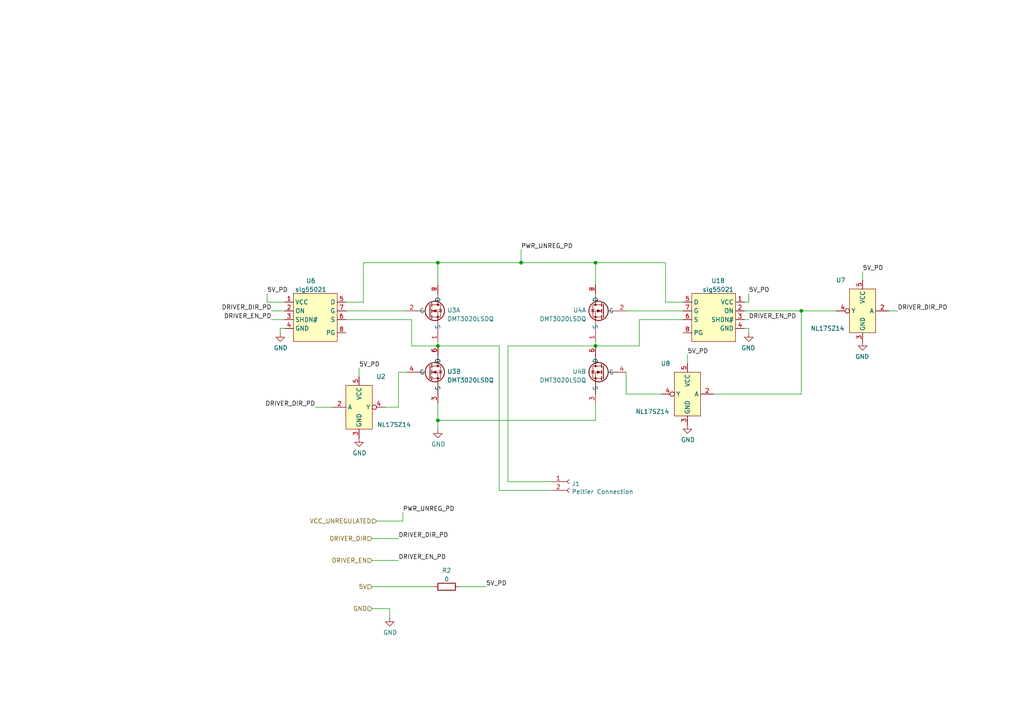
<source format=kicad_sch>
(kicad_sch (version 20211123) (generator eeschema)
  (paper "A4")
  (title_block (title "Peltier Driver") (date "2022-03-18") (comment 1 "Engineer/Draftsman: Joesphan Lu"))
  (lib_symbols
    (symbol "1KicadLib:DMT3020LSDQ" (pin_names (offset 1.016))
      (property "Reference" "U" (at 3.81 0 0))
      (property "Value" "DMT3020LSDQ" (at -12.7 6.35 0))
      (symbol "DMT3020LSDQ_0_1"
        (polyline (pts (xy -3.81 0) (xy -6.35 0)))
        (polyline (pts (xy 0 -6.35) (xy 0 -2.54)))
        (polyline (pts (xy 0 5.08) (xy 0 2.54)))
      )
      (symbol "DMT3020LSDQ_1_1"
        (circle (center -0.889 0) (radius 2.794) (stroke (width 0.254)))
        (circle (center 0 -1.778) (radius 0.254) (fill (type outline)))
        (polyline (pts (xy -2.286 1.905) (xy -2.286 -1.905)) (stroke (width 0.254)))
        (polyline (pts (xy -1.778 -1.27) (xy -1.778 -2.286)) (stroke (width 0.254)))
        (polyline (pts (xy -1.778 0.508) (xy -1.778 -0.508)) (stroke (width 0.254)))
        (polyline (pts (xy -1.778 2.286) (xy -1.778 1.27)) (stroke (width 0.254)))
        (polyline (pts (xy 0 2.54) (xy 0 1.778)))
        (polyline (pts (xy 0 -2.54) (xy 0 0) (xy -1.778 0)))
        (polyline (pts (xy -1.778 -1.778) (xy 0.762 -1.778) (xy 0.762 1.778) (xy -1.778 1.778)))
        (polyline (pts (xy -1.524 0) (xy -0.508 0.381) (xy -0.508 -0.381) (xy -1.524 0)) (fill (type outline)))
        (polyline (pts (xy 0.254 0.508) (xy 0.381 0.381) (xy 1.143 0.381) (xy 1.27 0.254)))
        (polyline (pts (xy 0.762 0.381) (xy 0.381 -0.254) (xy 1.143 -0.254) (xy 0.762 0.381)))
        (circle (center 0 1.778) (radius 0.254) (fill (type outline)))
        (pin passive line (at 0 -8.89 90) (length 2.54) (name "S") (number "1"))
        (pin input line (at -8.89 0 0) (length 2.54) (name "G") (number "2"))
        (pin passive line (at 0 7.62 270) (length 2.54) (name "D") (number "7"))
        (pin passive line (at 0 7.62 270) (length 2.54) (name "D") (number "8"))
      )
      (symbol "DMT3020LSDQ_2_1"
        (circle (center -0.889 0) (radius 2.794) (stroke (width 0.254)))
        (circle (center 0 -1.778) (radius 0.254) (fill (type outline)))
        (polyline (pts (xy -3.81 0) (xy -6.35 0)))
        (polyline (pts (xy -2.286 1.905) (xy -2.286 -1.905)) (stroke (width 0.254)))
        (polyline (pts (xy -1.778 -1.27) (xy -1.778 -2.286)) (stroke (width 0.254)))
        (polyline (pts (xy -1.778 0.508) (xy -1.778 -0.508)) (stroke (width 0.254)))
        (polyline (pts (xy -1.778 2.286) (xy -1.778 1.27)) (stroke (width 0.254)))
        (polyline (pts (xy 0 -6.35) (xy 0 -2.54)))
        (polyline (pts (xy 0 2.54) (xy 0 1.778)))
        (polyline (pts (xy 0 5.08) (xy 0 2.54)))
        (polyline (pts (xy 0 -2.54) (xy 0 0) (xy -1.778 0)))
        (polyline (pts (xy -1.778 -1.778) (xy 0.762 -1.778) (xy 0.762 1.778) (xy -1.778 1.778)))
        (polyline (pts (xy -1.524 0) (xy -0.508 0.381) (xy -0.508 -0.381) (xy -1.524 0)) (fill (type outline)))
        (polyline (pts (xy 0.254 0.508) (xy 0.381 0.381) (xy 1.143 0.381) (xy 1.27 0.254)))
        (polyline (pts (xy 0.762 0.381) (xy 0.381 -0.254) (xy 1.143 -0.254) (xy 0.762 0.381)))
        (circle (center 0 1.778) (radius 0.254) (fill (type outline)))
        (pin passive line (at 0 -8.89 90) (length 2.54) (name "S") (number "3"))
        (pin input line (at -8.89 0 0) (length 2.54) (name "G") (number "4"))
        (pin passive line (at 0 7.62 270) (length 2.54) (name "D") (number "5"))
        (pin passive line (at 0 7.62 270) (length 2.54) (name "D") (number "6"))
      )
    )
    (symbol "1KicadLib:NL17SZ14"
      (property "Reference" "U" (at -3.81 -7.62 0))
      (property "Value" "NL17SZ14" (at 3.81 13.97 0))
      (symbol "NL17SZ14_0_1"
        (rectangle (start -2.54 6.35) (end 5.08 -6.35) (stroke (width 0.1524)) (fill (type background)))
      )
      (symbol "NL17SZ14_1_0"
        (pin input line (at -6.35 0 0) (length 3.81) (name "A") (number "2"))
        (pin output inverted (at 8.89 0 180) (length 3.81) (name "Y") (number "4"))
      )
      (symbol "NL17SZ14_1_1"
        (pin input line (at 1.27 -8.89 90) (length 2.54) (name "GND") (number "3"))
        (pin input line (at 1.27 8.89 270) (length 2.54) (name "VCC") (number "5"))
      )
    )
    (symbol "1KicadLib:slg55021"
      (property "Reference" "U" (at -3.81 -10.16 0))
      (property "Value" "slg55021" (at 0 6.35 0))
      (symbol "slg55021_0_1"
        (rectangle (start -6.35 5.08) (end 6.35 -8.89) (stroke (width 0.1524)) (fill (type background)))
      )
      (symbol "slg55021_1_1"
        (pin input line (at -8.89 2.54 0) (length 2.54) (name "VCC") (number "1"))
        (pin input line (at -8.89 0 0) (length 2.54) (name "ON") (number "2"))
        (pin input line (at -8.89 -2.54 0) (length 2.54) (name "SHDN#") (number "3"))
        (pin input line (at -8.89 -5.08 0) (length 2.54) (name "GND") (number "4"))
        (pin input line (at 8.89 2.54 180) (length 2.54) (name "D") (number "5"))
        (pin input line (at 8.89 -2.54 180) (length 2.54) (name "S") (number "6"))
        (pin input line (at 8.89 0 180) (length 2.54) (name "G") (number "7"))
        (pin input line (at 8.89 -6.35 180) (length 2.54) (name "PG") (number "8"))
      )
    )
    (symbol "Connector:Conn_01x02_Female" (pin_names (offset 1.016) hide)
      (property "Reference" "J" (at 0 2.54 0))
      (property "Value" "Conn_01x02_Female" (at 0 -5.08 0))
      (symbol "Conn_01x02_Female_1_1"
        (arc (start 0 -2.032) (mid -0.508 -2.54) (end 0 -3.048) (stroke (width 0.1524)))
        (polyline (pts (xy -1.27 -2.54) (xy -0.508 -2.54)) (stroke (width 0.1524)))
        (polyline (pts (xy -1.27 0) (xy -0.508 0)) (stroke (width 0.1524)))
        (arc (start 0 0.508) (mid -0.508 0) (end 0 -0.508) (stroke (width 0.1524)))
        (pin passive line (at -5.08 0 0) (length 3.81) (name "Pin_1") (number "1"))
        (pin passive line (at -5.08 -2.54 0) (length 3.81) (name "Pin_2") (number "2"))
      )
    )
    (symbol "Device:R" (pin_numbers hide) (pin_names (offset 0))
      (property "Reference" "R" (at 2.032 0 90))
      (property "Value" "R" (at 0 0 90))
      (symbol "R_0_1"
        (rectangle (start -1.016 -2.54) (end 1.016 2.54) (stroke (width 0.254)))
      )
      (symbol "R_1_1"
        (pin passive line (at 0 3.81 270) (length 1.27) (name "~") (number "1"))
        (pin passive line (at 0 -3.81 90) (length 1.27) (name "~") (number "2"))
      )
    )
    (symbol "power:GND" (power) (pin_names (offset 0))
      (property "Value" "GND" (at 0 -3.81 0))
      (symbol "GND_0_1"
        (polyline (pts (xy 0 0) (xy 0 -1.27) (xy 1.27 -1.27) (xy 0 -2.54) (xy -1.27 -1.27) (xy 0 -1.27)))
      )
      (symbol "GND_1_1"
        (pin power_in line (at 0 0 270) (length 0) hide (name "GND") (number "1"))
      )
    )
  )
  (junction (at 127 76.2))
  (junction (at 172.72 100.33))
  (junction (at 151.13 76.2))
  (junction (at 232.41 90.17))
  (junction (at 172.72 76.2))
  (junction (at 127 100.33))
  (junction (at 127 121.92))
  (wire (pts (xy 81.28 95.25) (xy 82.55 95.25)))
  (wire (pts (xy 172.72 100.33) (xy 147.32 100.33)))
  (wire (pts (xy 151.13 76.2) (xy 172.72 76.2)))
  (wire (pts (xy 82.55 90.17) (xy 78.74 90.17)))
  (wire (pts (xy 127 124.46) (xy 127 121.92)))
  (wire (pts (xy 217.17 95.25) (xy 215.9 95.25)))
  (wire (pts (xy 147.32 100.33) (xy 147.32 139.7)))
  (wire (pts (xy 232.41 90.17) (xy 242.57 90.17)))
  (wire (pts (xy 113.03 176.53) (xy 113.03 179.07)))
  (wire (pts (xy 217.17 85.09) (xy 217.17 87.63)))
  (wire (pts (xy 147.32 139.7) (xy 160.02 139.7)))
  (wire (pts (xy 115.57 107.95) (xy 118.11 107.95)))
  (wire (pts (xy 217.17 96.52) (xy 217.17 95.25)))
  (wire (pts (xy 105.41 87.63) (xy 105.41 76.2)))
  (wire (pts (xy 100.33 90.17) (xy 118.11 90.17)))
  (wire (pts (xy 119.38 92.71) (xy 119.38 100.33)))
  (wire (pts (xy 181.61 90.17) (xy 198.12 90.17)))
  (wire (pts (xy 127 76.2) (xy 151.13 76.2)))
  (wire (pts (xy 199.39 102.87) (xy 199.39 105.41)))
  (wire (pts (xy 144.78 100.33) (xy 144.78 142.24)))
  (wire (pts (xy 198.12 87.63) (xy 193.04 87.63)))
  (wire (pts (xy 151.13 72.39) (xy 151.13 76.2)))
  (wire (pts (xy 172.72 76.2) (xy 172.72 82.55)))
  (wire (pts (xy 109.22 151.13) (xy 116.84 151.13)))
  (wire (pts (xy 127 100.33) (xy 144.78 100.33)))
  (wire (pts (xy 107.95 156.21) (xy 115.57 156.21)))
  (wire (pts (xy 107.95 162.56) (xy 115.57 162.56)))
  (wire (pts (xy 100.33 87.63) (xy 105.41 87.63)))
  (wire (pts (xy 133.35 170.18) (xy 140.97 170.18)))
  (wire (pts (xy 172.72 121.92) (xy 172.72 116.84)))
  (wire (pts (xy 232.41 114.3) (xy 232.41 90.17)))
  (wire (pts (xy 181.61 114.3) (xy 191.77 114.3)))
  (wire (pts (xy 185.42 92.71) (xy 185.42 100.33)))
  (wire (pts (xy 181.61 114.3) (xy 181.61 107.95)))
  (wire (pts (xy 77.47 85.09) (xy 77.47 87.63)))
  (wire (pts (xy 116.84 151.13) (xy 116.84 148.59)))
  (wire (pts (xy 119.38 100.33) (xy 127 100.33)))
  (wire (pts (xy 207.01 114.3) (xy 232.41 114.3)))
  (wire (pts (xy 77.47 87.63) (xy 82.55 87.63)))
  (wire (pts (xy 215.9 87.63) (xy 217.17 87.63)))
  (wire (pts (xy 127 116.84) (xy 127 121.92)))
  (wire (pts (xy 250.19 78.74) (xy 250.19 81.28)))
  (wire (pts (xy 100.33 92.71) (xy 119.38 92.71)))
  (wire (pts (xy 78.74 92.71) (xy 82.55 92.71)))
  (wire (pts (xy 193.04 87.63) (xy 193.04 76.2)))
  (wire (pts (xy 185.42 100.33) (xy 172.72 100.33)))
  (wire (pts (xy 215.9 90.17) (xy 232.41 90.17)))
  (wire (pts (xy 107.95 170.18) (xy 125.73 170.18)))
  (wire (pts (xy 81.28 96.52) (xy 81.28 95.25)))
  (wire (pts (xy 198.12 92.71) (xy 185.42 92.71)))
  (wire (pts (xy 217.17 92.71) (xy 215.9 92.71)))
  (wire (pts (xy 127 121.92) (xy 172.72 121.92)))
  (wire (pts (xy 107.95 176.53) (xy 113.03 176.53)))
  (wire (pts (xy 260.35 90.17) (xy 257.81 90.17)))
  (wire (pts (xy 96.52 118.11) (xy 91.44 118.11)))
  (wire (pts (xy 111.76 118.11) (xy 115.57 118.11)))
  (wire (pts (xy 127 100.33) (xy 127 99.06)))
  (wire (pts (xy 105.41 76.2) (xy 127 76.2)))
  (wire (pts (xy 144.78 142.24) (xy 160.02 142.24)))
  (wire (pts (xy 172.72 76.2) (xy 193.04 76.2)))
  (wire (pts (xy 115.57 118.11) (xy 115.57 107.95)))
  (wire (pts (xy 127 76.2) (xy 127 82.55)))
  (wire (pts (xy 104.14 106.68) (xy 104.14 109.22)))
  (wire (pts (xy 172.72 100.33) (xy 172.72 99.06)))
  (label "5V_PD" (at 250.19 78.74 0))
  (label "DRIVER_DIR_PD" (at 115.57 156.21 0))
  (label "PWR_UNREG_PD" (at 116.84 148.59 0))
  (label "DRIVER_EN_PD" (at 78.74 92.71 180))
  (label "5V_PD" (at 104.14 106.68 0))
  (label "DRIVER_EN_PD" (at 115.57 162.56 0))
  (label "DRIVER_DIR_PD" (at 260.35 90.17 0))
  (label "DRIVER_EN_PD" (at 217.17 92.71 0))
  (label "DRIVER_DIR_PD" (at 91.44 118.11 180))
  (label "5V_PD" (at 77.47 85.09 0))
  (label "DRIVER_DIR_PD" (at 78.74 90.17 180))
  (label "5V_PD" (at 217.17 85.09 0))
  (label "5V_PD" (at 140.97 170.18 0))
  (label "5V_PD" (at 199.39 102.87 0))
  (label "PWR_UNREG_PD" (at 151.13 72.39 0))
  (hierarchical_label "5V" (shape input) (at 107.95 170.18 180))
  (hierarchical_label "DRIVER_EN" (shape input) (at 107.95 162.56 180))
  (hierarchical_label "DRIVER_DIR" (shape input) (at 107.95 156.21 180))
  (hierarchical_label "VCC_UNREGULATED" (shape input) (at 109.22 151.13 180))
  (hierarchical_label "GND" (shape input) (at 107.95 176.53 180))
  (symbol (lib_id "power:GND") (at 127 124.46 0) (unit 1)
    (property "Reference" "#PWR0119" (effects hide))
    (property "Value" "GND" (at 127.127 128.8542 0))
  )
  (symbol (lib_id "power:GND") (at 113.03 179.07 0) (unit 1)
    (property "Reference" "#PWR0124" (effects hide))
    (property "Value" "GND" (at 113.157 183.4642 0))
  )
  (symbol (lib_id "Connector:Conn_01x02_Female") (at 165.1 139.7 0) (unit 1)
    (property "Reference" "J1" (at 165.8112 140.3096 0) (effects (justify left)))
    (property "Value" "Peltier Connection" (at 165.8112 142.621 0) (effects (justify left)))
    (property "Footprint" "Connector_PinHeader_2.54mm:PinHeader_1x02_P2.54mm_Vertical" (effects hide))
  )
  (symbol (lib_id "Device:R") (at 129.54 170.18 90) (unit 1)
    (property "Reference" "R2" (at 129.54 165.4642 90))
    (property "Value" "0" (at 129.54 168.0011 90))
    (property "Footprint" "Resistor_SMD:R_0805_2012Metric_Pad1.20x1.40mm_HandSolder" (effects hide))
  )
  (symbol (lib_id "1KicadLib:NL17SZ14") (at 200.66 114.3 0) (mirror y) (unit 1)
    (property "Reference" "U8" (at 193.04 105.41 0))
    (property "Value" "NL17SZ14" (at 189.23 119.38 0))
    (property "Footprint" "Package_TO_SOT_SMD:SOT-553" (effects hide))
  )
  (symbol (lib_id "1KicadLib:DMT3020LSDQ") (at 127 90.17 0) (unit 1)
    (property "Reference" "U3" (at 129.667 89.9703 0) (effects (justify left)))
    (property "Value" "DMT3020LSDQ" (at 129.667 92.5072 0) (effects (justify left)))
    (property "Footprint" "Package_SO:SO-8_3.9x4.9mm_P1.27mm" (effects hide))
  )
  (symbol (lib_id "power:GND") (at 81.28 96.52 0) (unit 1)
    (property "Reference" "#PWR0128" (effects hide))
    (property "Value" "GND" (at 81.407 100.9142 0))
  )
  (symbol (lib_id "1KicadLib:DMT3020LSDQ") (at 127 107.95 0) (unit 2)
    (property "Reference" "U3" (at 129.667 107.7503 0) (effects (justify left)))
    (property "Value" "DMT3020LSDQ" (at 129.667 110.2872 0) (effects (justify left)))
    (property "Footprint" "Package_SO:SO-8_3.9x4.9mm_P1.27mm" (effects hide))
  )
  (symbol (lib_id "1KicadLib:NL17SZ14") (at 251.46 90.17 0) (mirror y) (unit 1)
    (property "Reference" "U7" (at 243.84 81.28 0))
    (property "Value" "NL17SZ14" (at 240.03 95.25 0))
    (property "Footprint" "Package_TO_SOT_SMD:SOT-553" (effects hide))
  )
  (symbol (lib_id "power:GND") (at 104.14 127 0) (unit 1)
    (property "Reference" "#PWR0130" (effects hide))
    (property "Value" "GND" (at 104.267 131.3942 0))
  )
  (symbol (lib_id "power:GND") (at 250.19 99.06 0) (mirror y) (unit 1)
    (property "Reference" "#PWR0127" (effects hide))
    (property "Value" "GND" (at 250.063 103.4542 0))
  )
  (symbol (lib_id "1KicadLib:slg55021") (at 207.01 90.17 0) (mirror y) (unit 1)
    (property "Reference" "U18" (at 208.28 81.441 0))
    (property "Value" "slg55021" (at 208.28 83.9779 0))
    (property "Footprint" "1KicadLib:TDFN_8_2x2mm_EP_0.9x1.65mm" (effects hide))
  )
  (symbol (lib_id "1KicadLib:DMT3020LSDQ") (at 172.72 90.17 0) (mirror y) (unit 1)
    (property "Reference" "U4" (at 170.053 89.9703 0) (effects (justify left)))
    (property "Value" "DMT3020LSDQ" (at 170.053 92.5072 0) (effects (justify left)))
    (property "Footprint" "Package_SO:SO-8_3.9x4.9mm_P1.27mm" (effects hide))
  )
  (symbol (lib_id "power:GND") (at 217.17 96.52 0) (mirror y) (unit 1)
    (property "Reference" "#PWR0136" (effects hide))
    (property "Value" "GND" (at 217.043 100.9142 0))
  )
  (symbol (lib_id "1KicadLib:slg55021") (at 91.44 90.17 0) (unit 1)
    (property "Reference" "U6" (at 90.17 81.441 0))
    (property "Value" "slg55021" (at 90.17 83.9779 0))
    (property "Footprint" "1KicadLib:TDFN_8_2x2mm_EP_0.9x1.65mm" (effects hide))
  )
  (symbol (lib_id "1KicadLib:NL17SZ14") (at 102.87 118.11 0) (unit 1)
    (property "Reference" "U2" (at 110.49 109.22 0))
    (property "Value" "NL17SZ14" (at 114.3 123.19 0))
    (property "Footprint" "Package_TO_SOT_SMD:SOT-553" (effects hide))
  )
  (symbol (lib_id "1KicadLib:DMT3020LSDQ") (at 172.72 107.95 0) (mirror y) (unit 2)
    (property "Reference" "U4" (at 170.053 107.7503 0) (effects (justify left)))
    (property "Value" "DMT3020LSDQ" (at 170.053 110.2872 0) (effects (justify left)))
    (property "Footprint" "Package_SO:SO-8_3.9x4.9mm_P1.27mm" (effects hide))
  )
  (symbol (lib_id "power:GND") (at 199.39 123.19 0) (unit 1)
    (property "Reference" "#PWR0134" (effects hide))
    (property "Value" "GND" (at 199.517 127.5842 0))
  )
)
</source>
